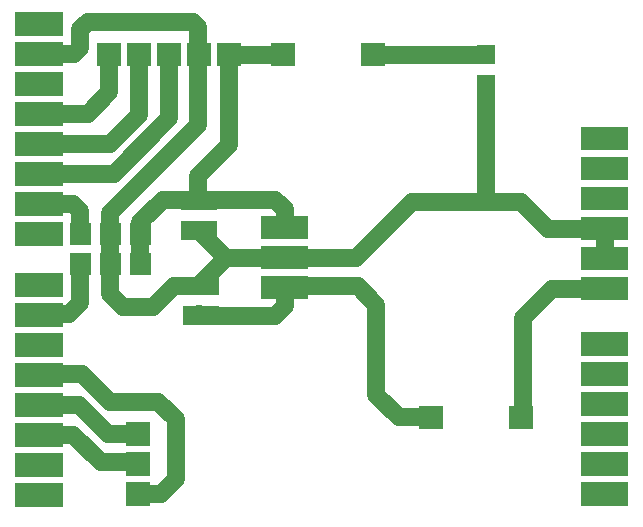
<source format=gbr>
%FSLAX34Y34*%
%MOMM*%
%LNSILK_TOP*%
G71*
G01*
%ADD10C, 1.50*%
%LPD*%
G36*
X10166Y463814D02*
X10166Y443814D01*
X50166Y443814D01*
X50166Y463814D01*
X10166Y463814D01*
G37*
G36*
X10166Y438414D02*
X10166Y418414D01*
X50166Y418414D01*
X50166Y438414D01*
X10166Y438414D01*
G37*
G36*
X10166Y413014D02*
X10166Y393014D01*
X50166Y393014D01*
X50166Y413014D01*
X10166Y413014D01*
G37*
G36*
X10166Y387614D02*
X10166Y367614D01*
X50166Y367614D01*
X50166Y387614D01*
X10166Y387614D01*
G37*
G36*
X10166Y362214D02*
X10166Y342214D01*
X50166Y342214D01*
X50166Y362214D01*
X10166Y362214D01*
G37*
G36*
X10166Y336814D02*
X10166Y316814D01*
X50166Y316814D01*
X50166Y336814D01*
X10166Y336814D01*
G37*
G36*
X10166Y311414D02*
X10166Y291414D01*
X50166Y291414D01*
X50166Y311414D01*
X10166Y311414D01*
G37*
G36*
X10166Y286014D02*
X10166Y266014D01*
X50166Y266014D01*
X50166Y286014D01*
X10166Y286014D01*
G37*
G36*
X10166Y242754D02*
X10166Y222754D01*
X50166Y222754D01*
X50166Y242754D01*
X10166Y242754D01*
G37*
G36*
X10166Y217354D02*
X10166Y197354D01*
X50166Y197354D01*
X50166Y217354D01*
X10166Y217354D01*
G37*
G36*
X10166Y191954D02*
X10166Y171954D01*
X50166Y171954D01*
X50166Y191954D01*
X10166Y191954D01*
G37*
G36*
X10166Y166554D02*
X10166Y146554D01*
X50166Y146554D01*
X50166Y166554D01*
X10166Y166554D01*
G37*
G36*
X10166Y141154D02*
X10166Y121154D01*
X50166Y121154D01*
X50166Y141154D01*
X10166Y141154D01*
G37*
G36*
X10166Y115754D02*
X10166Y95754D01*
X50166Y95754D01*
X50166Y115754D01*
X10166Y115754D01*
G37*
G36*
X10166Y90354D02*
X10166Y70354D01*
X50166Y70354D01*
X50166Y90354D01*
X10166Y90354D01*
G37*
G36*
X10166Y64954D02*
X10166Y44954D01*
X50166Y44954D01*
X50166Y64954D01*
X10166Y64954D01*
G37*
G36*
X488794Y192562D02*
X488794Y172562D01*
X528794Y172562D01*
X528794Y192562D01*
X488794Y192562D01*
G37*
G36*
X488794Y167162D02*
X488794Y147162D01*
X528794Y147162D01*
X528794Y167162D01*
X488794Y167162D01*
G37*
G36*
X488794Y141762D02*
X488794Y121762D01*
X528794Y121762D01*
X528794Y141762D01*
X488794Y141762D01*
G37*
G36*
X488794Y116362D02*
X488794Y96362D01*
X528794Y96362D01*
X528794Y116362D01*
X488794Y116362D01*
G37*
G36*
X488794Y90962D02*
X488794Y70962D01*
X528794Y70962D01*
X528794Y90962D01*
X488794Y90962D01*
G37*
G36*
X488794Y65562D02*
X488794Y45562D01*
X528794Y45562D01*
X528794Y65562D01*
X488794Y65562D01*
G37*
G36*
X489191Y366790D02*
X489191Y346790D01*
X529191Y346790D01*
X529191Y366790D01*
X489191Y366790D01*
G37*
G36*
X489191Y341390D02*
X489191Y321390D01*
X529191Y321390D01*
X529191Y341390D01*
X489191Y341390D01*
G37*
G36*
X489191Y315990D02*
X489191Y295990D01*
X529191Y295990D01*
X529191Y315990D01*
X489191Y315990D01*
G37*
G36*
X489191Y290590D02*
X489191Y270590D01*
X529191Y270590D01*
X529191Y290590D01*
X489191Y290590D01*
G37*
G36*
X489191Y265190D02*
X489191Y245190D01*
X529191Y245190D01*
X529191Y265190D01*
X489191Y265190D01*
G37*
G36*
X489191Y239790D02*
X489191Y219790D01*
X529191Y219790D01*
X529191Y239790D01*
X489191Y239790D01*
G37*
G36*
X258129Y220593D02*
X258129Y240593D01*
X218129Y240593D01*
X218129Y220593D01*
X258129Y220593D01*
G37*
G36*
X258129Y245993D02*
X258129Y265993D01*
X218129Y265993D01*
X218129Y245993D01*
X258129Y245993D01*
G37*
G36*
X258129Y271393D02*
X258129Y291393D01*
X218129Y291393D01*
X218129Y271393D01*
X258129Y271393D01*
G37*
G36*
X226867Y417774D02*
X246867Y417774D01*
X246867Y437774D01*
X226867Y437774D01*
X226867Y417774D01*
G37*
G36*
X303067Y417773D02*
X323067Y417773D01*
X323067Y437773D01*
X303067Y437773D01*
X303067Y417773D01*
G37*
G36*
X150221Y286589D02*
X150221Y271089D01*
X181221Y271089D01*
X181221Y286589D01*
X150221Y286589D01*
G37*
G36*
X150221Y311489D02*
X150221Y295989D01*
X181221Y295989D01*
X181221Y311489D01*
X150221Y311489D01*
G37*
G36*
X182839Y224195D02*
X182839Y239695D01*
X151839Y239695D01*
X151839Y224195D01*
X182839Y224195D01*
G37*
G36*
X182839Y199295D02*
X182839Y214795D01*
X151839Y214795D01*
X151839Y199295D01*
X182839Y199295D01*
G37*
G36*
X416187Y394798D02*
X416187Y410298D01*
X400687Y410298D01*
X400687Y394798D01*
X416187Y394798D01*
G37*
G36*
X416187Y420198D02*
X416187Y435698D01*
X400687Y435698D01*
X400687Y420198D01*
X416187Y420198D01*
G37*
G54D10*
X238129Y255993D02*
X188567Y255993D01*
X165721Y278839D01*
G54D10*
X238129Y255993D02*
X188567Y255993D01*
X165721Y233147D01*
G54D10*
X509191Y229790D02*
X464741Y229790D01*
X439738Y204788D01*
X439738Y122238D01*
X438150Y120650D01*
G36*
X79602Y417943D02*
X99602Y417943D01*
X99602Y437943D01*
X79602Y437943D01*
X79602Y417943D01*
G37*
G36*
X105002Y417943D02*
X125002Y417943D01*
X125002Y437943D01*
X105002Y437943D01*
X105002Y417943D01*
G37*
G36*
X130402Y417943D02*
X150402Y417943D01*
X150402Y437943D01*
X130402Y437943D01*
X130402Y417943D01*
G37*
G36*
X155802Y417943D02*
X175802Y417943D01*
X175802Y437943D01*
X155802Y437943D01*
X155802Y417943D01*
G37*
G36*
X181202Y417943D02*
X201202Y417943D01*
X201202Y437943D01*
X181202Y437943D01*
X181202Y417943D01*
G37*
G54D10*
X191202Y427943D02*
X191202Y351539D01*
X165100Y325438D01*
X165100Y304359D01*
X165721Y303739D01*
G54D10*
X115002Y427943D02*
X115002Y376939D01*
X90488Y352425D01*
X30377Y352425D01*
X30166Y352214D01*
G36*
X124888Y284908D02*
X106888Y284908D01*
X106888Y266908D01*
X124888Y266908D01*
X124888Y284908D01*
G37*
G36*
X99488Y284908D02*
X81488Y284908D01*
X81488Y266908D01*
X99488Y266908D01*
X99488Y284908D01*
G37*
G36*
X74088Y284908D02*
X56088Y284908D01*
X56088Y266908D01*
X74088Y266908D01*
X74088Y284908D01*
G37*
G36*
X124888Y259508D02*
X106888Y259508D01*
X106888Y241508D01*
X124888Y241508D01*
X124888Y259508D01*
G37*
G36*
X99488Y259508D02*
X81488Y259508D01*
X81488Y241508D01*
X99488Y241508D01*
X99488Y259508D01*
G37*
G36*
X74088Y259508D02*
X56088Y259508D01*
X56088Y241508D01*
X74088Y241508D01*
X74088Y259508D01*
G37*
G36*
X103967Y116804D02*
X103967Y96804D01*
X123967Y96804D01*
X123967Y116804D01*
X103967Y116804D01*
G37*
G36*
X103967Y91404D02*
X103967Y71404D01*
X123967Y71404D01*
X123967Y91404D01*
X103967Y91404D01*
G37*
G36*
X103967Y66004D02*
X103967Y46004D01*
X123967Y46004D01*
X123967Y66004D01*
X103967Y66004D01*
G37*
G54D10*
X140402Y427943D02*
X140402Y373764D01*
X93663Y327025D01*
X30377Y327025D01*
X30166Y326814D01*
G54D10*
X89602Y427943D02*
X89602Y395989D01*
X71438Y377825D01*
X30377Y377825D01*
X30166Y377614D01*
G54D10*
X509191Y280590D02*
X509191Y255190D01*
G54D10*
X236867Y427774D02*
X191371Y427774D01*
X191202Y427943D01*
G54D10*
X313067Y427773D02*
X407024Y427773D01*
X408437Y427948D01*
G54D10*
X408437Y400960D02*
X408437Y305249D01*
X407988Y304800D01*
G36*
X371950Y130650D02*
X351950Y130650D01*
X351950Y110650D01*
X371950Y110650D01*
X371950Y130650D01*
G37*
G36*
X448150Y130650D02*
X428150Y130650D01*
X428150Y110650D01*
X448150Y110650D01*
X448150Y130650D01*
G37*
G54D10*
X30166Y428414D02*
X60114Y428414D01*
X65088Y433388D01*
X65088Y449262D01*
X71438Y455612D01*
X160338Y455612D01*
X165100Y450850D01*
X165100Y428644D01*
X165802Y427943D01*
G54D10*
X113967Y133792D02*
X90046Y133792D01*
X66675Y157162D01*
X31146Y157162D01*
X30166Y158142D01*
G54D10*
X113967Y133792D02*
X131321Y133792D01*
X146050Y119062D01*
X146050Y68262D01*
X133350Y55562D01*
X114409Y55562D01*
X113967Y56004D01*
G54D10*
X30166Y105754D02*
X59346Y105754D01*
X82550Y82550D01*
X112822Y82550D01*
X113967Y81404D01*
G54D10*
X113967Y106804D02*
X88458Y106804D01*
X64108Y131154D01*
X30166Y131154D01*
G54D10*
X238129Y281393D02*
X238129Y296859D01*
X230188Y304800D01*
X166782Y304800D01*
X165721Y303739D01*
G54D10*
X238129Y230188D02*
X238129Y214722D01*
X230188Y206780D01*
X166782Y206780D01*
X165721Y207842D01*
G54D10*
X509191Y280590D02*
X460773Y280590D01*
X438150Y303212D01*
X346075Y303212D01*
X298450Y255588D01*
X238535Y255588D01*
X238129Y255993D01*
G54D10*
X361950Y120650D02*
X334962Y120650D01*
X315912Y139700D01*
X315912Y215900D01*
X300038Y231775D01*
X239311Y231775D01*
X238129Y230593D01*
G36*
X248060Y220652D02*
X248060Y240652D01*
X228060Y240652D01*
X228060Y220652D01*
X248060Y220652D01*
G37*
G36*
X248060Y246052D02*
X248060Y266052D01*
X228060Y266052D01*
X228060Y246052D01*
X248060Y246052D01*
G37*
G36*
X248060Y271452D02*
X248060Y291452D01*
X228060Y291452D01*
X228060Y271452D01*
X248060Y271452D01*
G37*
G54D10*
X65088Y250508D02*
X65088Y217488D01*
X55562Y207962D01*
X30774Y207962D01*
X30166Y207354D01*
G54D10*
X30166Y301414D02*
X58949Y301414D01*
X65088Y295275D01*
X65088Y275908D01*
G54D10*
X115888Y275908D02*
X115888Y285750D01*
X134938Y304800D01*
X164660Y304800D01*
X165721Y303739D01*
G54D10*
X115888Y275908D02*
X115888Y250508D01*
G54D10*
X90488Y250508D02*
X90488Y225424D01*
X101600Y214312D01*
X127000Y214312D01*
X144633Y231945D01*
X167339Y231945D01*
G54D10*
X90488Y250508D02*
X90488Y275908D01*
X90488Y293688D01*
X165100Y368300D01*
X165100Y427241D01*
X165802Y427943D01*
M02*

</source>
